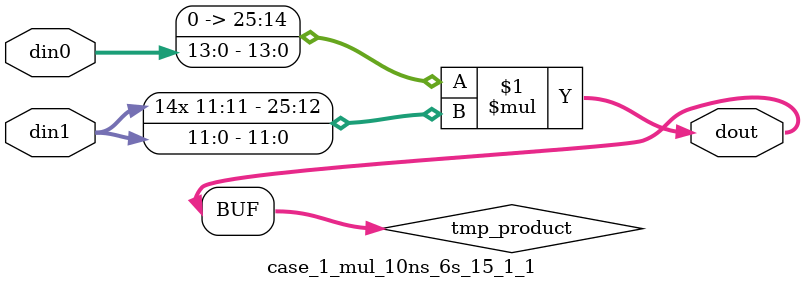
<source format=v>

`timescale 1 ns / 1 ps

 (* use_dsp = "no" *)  module case_1_mul_10ns_6s_15_1_1(din0, din1, dout);
parameter ID = 1;
parameter NUM_STAGE = 0;
parameter din0_WIDTH = 14;
parameter din1_WIDTH = 12;
parameter dout_WIDTH = 26;

input [din0_WIDTH - 1 : 0] din0; 
input [din1_WIDTH - 1 : 0] din1; 
output [dout_WIDTH - 1 : 0] dout;

wire signed [dout_WIDTH - 1 : 0] tmp_product;

























assign tmp_product = $signed({1'b0, din0}) * $signed(din1);










assign dout = tmp_product;





















endmodule

</source>
